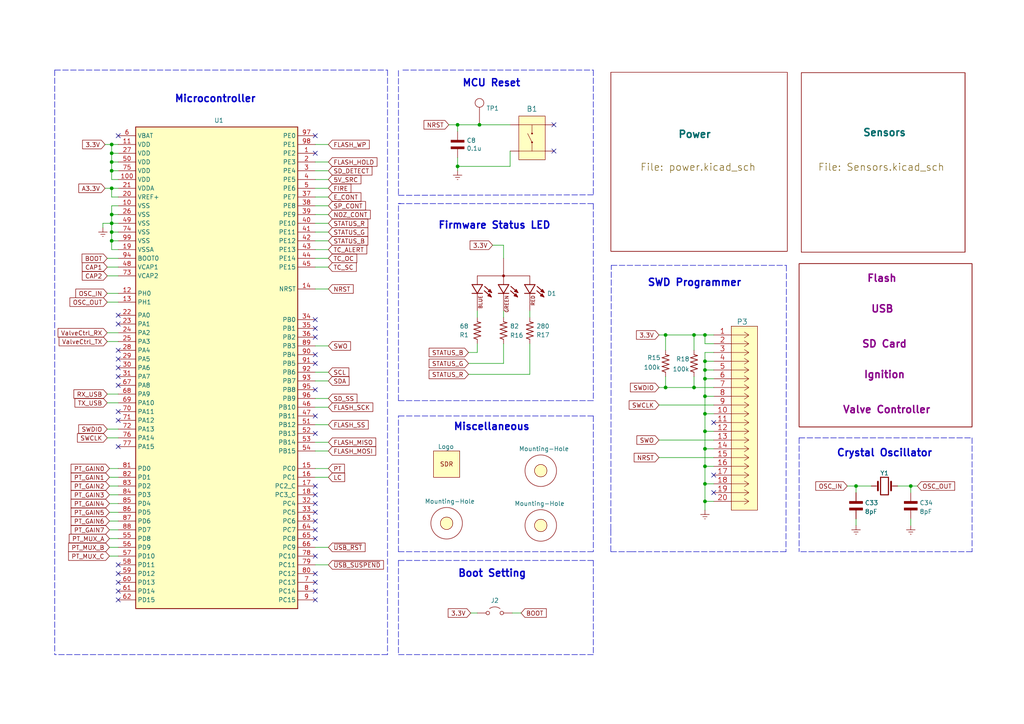
<source format=kicad_sch>
(kicad_sch (version 20211123) (generator eeschema)
  (paper "A4")
  (title_block (title "Engine Controller Microcontroller Board") (date "2021-06-26") (rev "1.0") (company "Sun Devil Rocketry") (comment 1 "Author: Colton Acosta"))
  (lib_symbols
    (symbol "CAP_0603_1" (pin_numbers hide) (pin_names (offset 1.016) hide)
      (property "Reference" "C" (at -1.27 3.81 0))
      (property "Value" "CAP_0603_1" (at -3.81 -3.81 0))
      (symbol "CAP_0603_1_0_0"
        (pin passive line (at 3.81 0 180) (length 2.54) (name "~") (number "1"))
        (pin passive line (at -3.81 0 0) (length 2.54) (name "~") (number "2"))
      )
    )
    (symbol "Earth_1" (power) (pin_names (offset 0))
      (symbol "Earth_1_1_1"
        (pin power_in line (at 0 0 270) (length 0) hide (name "Earth") (number "1"))
      )
    )
    (symbol "Earth_2" (power) (pin_names (offset 0))
      (symbol "Earth_2_1_1"
        (pin power_in line (at 0 0 270) (length 0) hide (name "Earth") (number "1"))
      )
    )
    (symbol "Engine-Controller:CAP_0603" (pin_numbers hide) (pin_names (offset 1.016) hide)
      (property "Reference" "C" (at -1.27 3.81 0))
      (property "Value" "Engine-Controller_CAP_0603" (at -3.81 -3.81 0))
      (symbol "CAP_0603_0_0"
        (pin passive line (at 3.81 0 180) (length 2.54) (name "~") (number "1"))
        (pin passive line (at -3.81 0 0) (length 2.54) (name "~") (number "2"))
      )
    )
    (symbol "Engine-Controller:CLMVC-FKA-CL1D1L71BB7C3C3" (pin_numbers hide) (pin_names (offset 1.016) hide)
      (property "Reference" "D" (at 13.97 -1.27 0))
      (symbol "CLMVC-FKA-CL1D1L71BB7C3C3_0_0"
        (text "BLUE" (at 3.048 -6.096 0) (effects (font (size 1.016 1.016)) (justify left bottom)))
        (text "GREEN" (at 3.048 1.524 0) (effects (font (size 1.016 1.016)) (justify left bottom)))
        (text "RED" (at 3.048 9.144 0) (effects (font (size 1.016 1.016)) (justify left bottom)))
        (pin passive line (at -7.62 0 0) (length 5.08) (name "~") (number "1"))
        (pin passive line (at 7.62 -7.62 180) (length 5.08) (name "~") (number "2"))
        (pin passive line (at 7.62 0 180) (length 5.08) (name "~") (number "3"))
        (pin passive line (at 7.62 7.62 180) (length 5.08) (name "~") (number "4"))
      )
    )
    (symbol "Engine-Controller:ECS-240-18-33-JGN-TR" (pin_numbers hide) (pin_names (offset 1.016) hide)
      (property "Reference" "Y" (at 0 3.81 0))
      (symbol "ECS-240-18-33-JGN-TR_1_1"
        (pin passive line (at -3.81 0 0) (length 1.27) (name "1") (number "1"))
        (pin passive line (at 3.81 0 180) (length 1.27) (name "3") (number "3"))
      )
    )
    (symbol "Engine-Controller:Earth" (power) (pin_names (offset 0))
      (symbol "Earth_1_1"
        (pin power_in line (at 0 0 270) (length 0) hide (name "Earth") (number "1"))
      )
    )
    (symbol "Engine-Controller:Jumper_NO" (pin_numbers hide) (pin_names (offset 0) hide)
      (property "Reference" "J" (at 0 2.794 0))
      (symbol "Jumper_NO_1_1"
        (pin passive line (at -5.08 0 0) (length 2.54) (name "A") (number "1"))
        (pin passive line (at 5.08 0 180) (length 2.54) (name "B") (number "2"))
      )
    )
    (symbol "Engine-Controller:Logo" (pin_names (offset 1.016))
      (property "Reference" "LOGO" (at 0 5.08 0))
      (property "Value" "Engine-Controller_Logo" (at 0 -5.08 0))
      (symbol "Logo_0_0"
        (text "SDR" (at 0 0 0) (effects (font (size 1.27 1.27))))
      )
    )
    (symbol "Engine-Controller:Mounting-Hole" (pin_names (offset 1.016))
      (property "Reference" "H" (at 0 6.35 0))
      (property "Value" "Engine-Controller_Mounting-Hole" (at 0 -5.08 0))
    )
    (symbol "Engine-Controller:PTS647SM38SMTR2LFS" (pin_numbers hide) (pin_names (offset 0.254) hide)
      (property "Reference" "B" (at -1.27 8.89 0))
      (property "Value" "PTS647SM38SMTR2LFS" (at 1.27 -8.89 0))
      (symbol "PTS647SM38SMTR2LFS_1_1"
        (pin passive line (at -6.35 3.81 0) (length 2.54) (name "1") (number "1"))
        (pin passive line (at 6.35 3.81 180) (length 2.54) (name "2") (number "2"))
        (pin passive line (at -6.35 -3.81 0) (length 2.54) (name "3") (number "3"))
        (pin passive line (at 6.35 -3.81 180) (length 2.54) (name "4") (number "4"))
      )
    )
    (symbol "Engine-Controller:RES_0603" (pin_numbers hide) (pin_names (offset 1.016) hide)
      (property "Reference" "R" (at -1.27 1.27 0))
      (property "Value" "RES_0603" (at -3.81 -2.54 0))
      (symbol "RES_0603_0_0"
        (pin passive line (at -3.81 0 0) (length 1.27) (name "~") (number "1"))
        (pin passive line (at 3.81 0 180) (length 1.27) (name "~") (number "2"))
      )
    )
    (symbol "Engine-Controller:SBH11-PBPC-D10-RA-BK" (pin_names (offset 0.254) hide)
      (property "Reference" "P" (at 8.89 6.35 0))
      (symbol "SBH11-PBPC-D10-RA-BK_1_1"
        (pin passive line (at 0 0 0) (length 5.08) (name "1") (number "1"))
        (pin passive line (at 0 -22.86 0) (length 5.08) (name "10") (number "10"))
        (pin passive line (at 0 -25.4 0) (length 5.08) (name "11") (number "11"))
        (pin passive line (at 0 -27.94 0) (length 5.08) (name "12") (number "12"))
        (pin passive line (at 0 -30.48 0) (length 5.08) (name "13") (number "13"))
        (pin passive line (at 0 -33.02 0) (length 5.08) (name "14") (number "14"))
        (pin passive line (at 0 -35.56 0) (length 5.08) (name "15") (number "15"))
        (pin passive line (at 0 -38.1 0) (length 5.08) (name "16") (number "16"))
        (pin passive line (at 0 -40.64 0) (length 5.08) (name "17") (number "17"))
        (pin passive line (at 0 -43.18 0) (length 5.08) (name "18") (number "18"))
        (pin passive line (at 0 -45.72 0) (length 5.08) (name "19") (number "19"))
        (pin passive line (at 0 -2.54 0) (length 5.08) (name "2") (number "2"))
        (pin passive line (at 0 -48.26 0) (length 5.08) (name "20") (number "20"))
        (pin passive line (at 0 -5.08 0) (length 5.08) (name "3") (number "3"))
        (pin passive line (at 0 -7.62 0) (length 5.08) (name "4") (number "4"))
        (pin passive line (at 0 -10.16 0) (length 5.08) (name "5") (number "5"))
        (pin passive line (at 0 -12.7 0) (length 5.08) (name "6") (number "6"))
        (pin passive line (at 0 -15.24 0) (length 5.08) (name "7") (number "7"))
        (pin passive line (at 0 -17.78 0) (length 5.08) (name "8") (number "8"))
        (pin passive line (at 0 -20.32 0) (length 5.08) (name "9") (number "9"))
      )
    )
    (symbol "Engine-Controller:STM32H750VBTx"
      (property "Reference" "U" (at -3.81 78.74 0))
      (property "Value" "Engine-Controller_STM32H750VBTx" (at -8.89 76.2 0))
      (symbol "STM32H750VBTx_1_1"
        (pin bidirectional line (at 27.94 66.04 180) (length 5.08) (name "PE2") (number "1"))
        (pin power_in line (at -29.21 50.8 0) (length 5.08) (name "VSS") (number "10"))
        (pin power_in line (at -29.21 58.42 0) (length 5.08) (name "VDD") (number "100"))
        (pin power_in line (at -29.21 68.58 0) (length 5.08) (name "VDD") (number "11"))
        (pin input line (at -29.21 25.4 0) (length 5.08) (name "PH0") (number "12"))
        (pin input line (at -29.21 22.86 0) (length 5.08) (name "PH1") (number "13"))
        (pin input line (at 27.94 26.67 180) (length 5.08) (name "NRST") (number "14"))
        (pin bidirectional line (at 27.94 -25.4 180) (length 5.08) (name "PC0") (number "15"))
        (pin bidirectional line (at 27.94 -27.94 180) (length 5.08) (name "PC1") (number "16"))
        (pin bidirectional line (at 27.94 -30.48 180) (length 5.08) (name "PC2_C") (number "17"))
        (pin bidirectional line (at 27.94 -33.02 180) (length 5.08) (name "PC3_C") (number "18"))
        (pin power_in line (at -29.21 38.1 0) (length 5.08) (name "VSSA") (number "19"))
        (pin bidirectional line (at 27.94 63.5 180) (length 5.08) (name "PE3") (number "2"))
        (pin bidirectional line (at -29.21 53.34 0) (length 5.08) (name "VREF+") (number "20"))
        (pin power_in line (at -29.21 55.88 0) (length 5.08) (name "VDDA") (number "21"))
        (pin bidirectional line (at -29.21 19.05 0) (length 5.08) (name "PA0") (number "22"))
        (pin bidirectional line (at -29.21 16.51 0) (length 5.08) (name "PA1") (number "23"))
        (pin bidirectional line (at -29.21 13.97 0) (length 5.08) (name "PA2") (number "24"))
        (pin bidirectional line (at -29.21 11.43 0) (length 5.08) (name "PA3") (number "25"))
        (pin power_in line (at -29.21 48.26 0) (length 5.08) (name "VSS") (number "26"))
        (pin power_in line (at -29.21 66.04 0) (length 5.08) (name "VDD") (number "27"))
        (pin bidirectional line (at -29.21 8.89 0) (length 5.08) (name "PA4") (number "28"))
        (pin bidirectional line (at -29.21 6.35 0) (length 5.08) (name "PA5") (number "29"))
        (pin bidirectional line (at 27.94 60.96 180) (length 5.08) (name "PE4") (number "3"))
        (pin bidirectional line (at -29.21 3.81 0) (length 5.08) (name "PA6") (number "30"))
        (pin bidirectional line (at -29.21 1.27 0) (length 5.08) (name "PA7") (number "31"))
        (pin bidirectional line (at 27.94 -35.56 180) (length 5.08) (name "PC4") (number "32"))
        (pin bidirectional line (at 27.94 -38.1 180) (length 5.08) (name "PC5") (number "33"))
        (pin bidirectional line (at 27.94 17.78 180) (length 5.08) (name "PB0") (number "34"))
        (pin bidirectional line (at 27.94 15.24 180) (length 5.08) (name "PB1") (number "35"))
        (pin bidirectional line (at 27.94 12.7 180) (length 5.08) (name "PB2") (number "36"))
        (pin bidirectional line (at 27.94 53.34 180) (length 5.08) (name "PE7") (number "37"))
        (pin bidirectional line (at 27.94 50.8 180) (length 5.08) (name "PE8") (number "38"))
        (pin bidirectional line (at 27.94 48.26 180) (length 5.08) (name "PE9") (number "39"))
        (pin bidirectional line (at 27.94 58.42 180) (length 5.08) (name "PE5") (number "4"))
        (pin bidirectional line (at 27.94 45.72 180) (length 5.08) (name "PE10") (number "40"))
        (pin bidirectional line (at 27.94 43.18 180) (length 5.08) (name "PE11") (number "41"))
        (pin bidirectional line (at 27.94 40.64 180) (length 5.08) (name "PE12") (number "42"))
        (pin bidirectional line (at 27.94 38.1 180) (length 5.08) (name "PE13") (number "43"))
        (pin bidirectional line (at 27.94 35.56 180) (length 5.08) (name "PE14") (number "44"))
        (pin bidirectional line (at 27.94 33.02 180) (length 5.08) (name "PE15") (number "45"))
        (pin bidirectional line (at 27.94 -7.62 180) (length 5.08) (name "PB10") (number "46"))
        (pin bidirectional line (at 27.94 -10.16 180) (length 5.08) (name "PB11") (number "47"))
        (pin passive line (at -29.21 33.02 0) (length 5.08) (name "VCAP1") (number "48"))
        (pin power_in line (at -29.21 45.72 0) (length 5.08) (name "VSS") (number "49"))
        (pin bidirectional line (at 27.94 55.88 180) (length 5.08) (name "PE6") (number "5"))
        (pin power_in line (at -29.21 63.5 0) (length 5.08) (name "VDD") (number "50"))
        (pin bidirectional line (at 27.94 -12.7 180) (length 5.08) (name "PB12") (number "51"))
        (pin bidirectional line (at 27.94 -15.24 180) (length 5.08) (name "PB13") (number "52"))
        (pin bidirectional line (at 27.94 -17.78 180) (length 5.08) (name "PB14") (number "53"))
        (pin bidirectional line (at 27.94 -20.32 180) (length 5.08) (name "PB15") (number "54"))
        (pin bidirectional line (at -29.21 -45.72 0) (length 5.08) (name "PD8") (number "55"))
        (pin bidirectional line (at -29.21 -48.26 0) (length 5.08) (name "PD9") (number "56"))
        (pin bidirectional line (at -29.21 -50.8 0) (length 5.08) (name "PD10") (number "57"))
        (pin bidirectional line (at -29.21 -53.34 0) (length 5.08) (name "PD11") (number "58"))
        (pin bidirectional line (at -29.21 -55.88 0) (length 5.08) (name "PD12") (number "59"))
        (pin power_in line (at -29.21 71.12 0) (length 5.08) (name "VBAT") (number "6"))
        (pin bidirectional line (at -29.21 -58.42 0) (length 5.08) (name "PD13") (number "60"))
        (pin bidirectional line (at -29.21 -60.96 0) (length 5.08) (name "PD14") (number "61"))
        (pin bidirectional line (at -29.21 -63.5 0) (length 5.08) (name "PD15") (number "62"))
        (pin bidirectional line (at 27.94 -40.64 180) (length 5.08) (name "PC6") (number "63"))
        (pin bidirectional line (at 27.94 -43.18 180) (length 5.08) (name "PC7") (number "64"))
        (pin bidirectional line (at 27.94 -45.72 180) (length 5.08) (name "PC8") (number "65"))
        (pin bidirectional line (at 27.94 -48.26 180) (length 5.08) (name "PC9") (number "66"))
        (pin bidirectional line (at -29.21 -1.27 0) (length 5.08) (name "PA8") (number "67"))
        (pin bidirectional line (at -29.21 -3.81 0) (length 5.08) (name "PA9") (number "68"))
        (pin bidirectional line (at -29.21 -6.35 0) (length 5.08) (name "PA10") (number "69"))
        (pin bidirectional line (at 27.94 -58.42 180) (length 5.08) (name "PC13") (number "7"))
        (pin bidirectional line (at -29.21 -8.89 0) (length 5.08) (name "PA11") (number "70"))
        (pin bidirectional line (at -29.21 -11.43 0) (length 5.08) (name "PA12") (number "71"))
        (pin bidirectional line (at -29.21 -13.97 0) (length 5.08) (name "PA13") (number "72"))
        (pin passive line (at -29.21 30.48 0) (length 5.08) (name "VCAP2") (number "73"))
        (pin power_in line (at -29.21 43.18 0) (length 5.08) (name "VSS") (number "74"))
        (pin power_in line (at -29.21 60.96 0) (length 5.08) (name "VDD") (number "75"))
        (pin bidirectional line (at -29.21 -16.51 0) (length 5.08) (name "PA14") (number "76"))
        (pin bidirectional line (at -29.21 -19.05 0) (length 5.08) (name "PA15") (number "77"))
        (pin bidirectional line (at 27.94 -50.8 180) (length 5.08) (name "PC10") (number "78"))
        (pin bidirectional line (at 27.94 -53.34 180) (length 5.08) (name "PC11") (number "79"))
        (pin bidirectional line (at 27.94 -60.96 180) (length 5.08) (name "PC14") (number "8"))
        (pin bidirectional line (at 27.94 -55.88 180) (length 5.08) (name "PC12") (number "80"))
        (pin bidirectional line (at -29.21 -25.4 0) (length 5.08) (name "PD0") (number "81"))
        (pin bidirectional line (at -29.21 -27.94 0) (length 5.08) (name "PD1") (number "82"))
        (pin bidirectional line (at -29.21 -30.48 0) (length 5.08) (name "PD2") (number "83"))
        (pin bidirectional line (at -29.21 -33.02 0) (length 5.08) (name "PD3") (number "84"))
        (pin bidirectional line (at -29.21 -35.56 0) (length 5.08) (name "PD4") (number "85"))
        (pin bidirectional line (at -29.21 -38.1 0) (length 5.08) (name "PD5") (number "86"))
        (pin bidirectional line (at -29.21 -40.64 0) (length 5.08) (name "PD6") (number "87"))
        (pin bidirectional line (at -29.21 -43.18 0) (length 5.08) (name "PD7") (number "88"))
        (pin bidirectional line (at 27.94 10.16 180) (length 5.08) (name "PB3") (number "89"))
        (pin bidirectional line (at 27.94 -63.5 180) (length 5.08) (name "PC15") (number "9"))
        (pin bidirectional line (at 27.94 7.62 180) (length 5.08) (name "PB4") (number "90"))
        (pin bidirectional line (at 27.94 5.08 180) (length 5.08) (name "PB5") (number "91"))
        (pin bidirectional line (at 27.94 2.54 180) (length 5.08) (name "PB6") (number "92"))
        (pin bidirectional line (at 27.94 0 180) (length 5.08) (name "PB7") (number "93"))
        (pin input line (at -29.21 35.56 0) (length 5.08) (name "BOOT0") (number "94"))
        (pin bidirectional line (at 27.94 -2.54 180) (length 5.08) (name "PB8") (number "95"))
        (pin bidirectional line (at 27.94 -5.08 180) (length 5.08) (name "PB9") (number "96"))
        (pin bidirectional line (at 27.94 71.12 180) (length 5.08) (name "PE0") (number "97"))
        (pin bidirectional line (at 27.94 68.58 180) (length 5.08) (name "PE1") (number "98"))
        (pin power_in line (at -29.21 40.64 0) (length 5.08) (name "VSS") (number "99"))
      )
    )
    (symbol "Engine-Controller:TP" (pin_numbers hide) (pin_names (offset 1.016) hide)
      (property "Reference" "TP" (at 0 8.89 0))
      (property "Value" "Engine-Controller_TP" (at 0 8.89 0))
      (symbol "TP_1_1"
        (pin passive line (at 0 0 90) (length 5.08) (name "~") (number "1"))
      )
    )
    (symbol "RES_0603_1" (pin_numbers hide) (pin_names (offset 1.016) hide)
      (property "Reference" "R" (at -1.27 1.27 0))
      (property "Value" "RES_0603_1" (at -3.81 -2.54 0))
      (symbol "RES_0603_1_0_0"
        (pin passive line (at -3.81 0 0) (length 1.27) (name "~") (number "1"))
        (pin passive line (at 3.81 0 180) (length 1.27) (name "~") (number "2"))
      )
    )
  )
  (junction (at 204.47 135.255))
  (junction (at 204.47 104.775))
  (junction (at 204.47 140.335))
  (junction (at 204.47 125.095))
  (junction (at 248.285 140.97))
  (junction (at 204.47 145.415))
  (junction (at 201.295 112.395))
  (junction (at 32.385 41.91))
  (junction (at 32.385 49.53))
  (junction (at 32.385 54.61))
  (junction (at 201.295 97.155))
  (junction (at 32.385 69.85))
  (junction (at 204.47 130.175))
  (junction (at 204.47 114.935))
  (junction (at 204.47 109.855))
  (junction (at 132.715 36.195))
  (junction (at 264.16 140.97))
  (junction (at 32.385 46.99))
  (junction (at 204.47 97.155))
  (junction (at 193.04 112.395))
  (junction (at 32.385 44.45))
  (junction (at 139.065 36.195))
  (junction (at 204.47 107.315))
  (junction (at 132.715 48.26))
  (junction (at 32.385 62.23))
  (junction (at 204.47 120.015))
  (junction (at 32.385 64.77))
  (junction (at 32.385 67.31))
  (junction (at 193.04 97.155))
  (no_connect (at 91.44 120.65))
  (no_connect (at 34.29 171.45))
  (no_connect (at 34.29 109.22))
  (no_connect (at 34.29 104.14))
  (no_connect (at 34.29 106.68))
  (no_connect (at 34.29 163.83))
  (no_connect (at 91.44 39.37))
  (no_connect (at 34.29 111.76))
  (no_connect (at 91.44 113.03))
  (no_connect (at 34.29 166.37))
  (no_connect (at 91.44 92.71))
  (no_connect (at 160.655 43.815))
  (no_connect (at 160.655 36.195))
  (no_connect (at 34.29 39.37))
  (no_connect (at 91.44 168.91))
  (no_connect (at 91.44 148.59))
  (no_connect (at 91.44 44.45))
  (no_connect (at 207.01 137.795))
  (no_connect (at 34.29 121.92))
  (no_connect (at 34.29 168.91))
  (no_connect (at 91.44 95.25))
  (no_connect (at 91.44 171.45))
  (no_connect (at 34.29 173.99))
  (no_connect (at 91.44 166.37))
  (no_connect (at 91.44 173.99))
  (no_connect (at 91.44 125.73))
  (no_connect (at 34.29 119.38))
  (no_connect (at 91.44 161.29))
  (no_connect (at 34.29 129.54))
  (no_connect (at 91.44 143.51))
  (no_connect (at 207.01 122.555))
  (no_connect (at 91.44 156.21))
  (no_connect (at 34.29 93.98))
  (no_connect (at 34.29 91.44))
  (no_connect (at 91.44 153.67))
  (no_connect (at 91.44 105.41))
  (no_connect (at 91.44 151.13))
  (no_connect (at 91.44 102.87))
  (no_connect (at 207.01 142.875))
  (no_connect (at 91.44 140.97))
  (no_connect (at 91.44 146.05))
  (no_connect (at 34.29 101.6))
  (no_connect (at 91.44 97.79))
  (wire (pts (xy 204.47 114.935) (xy 207.01 114.935)))
  (wire (pts (xy 207.01 102.235) (xy 204.47 102.235)))
  (wire (pts (xy 207.01 132.715) (xy 191.135 132.715)))
  (wire (pts (xy 32.385 72.39) (xy 34.29 72.39)))
  (polyline (pts (xy 172.085 59.055) (xy 172.085 116.205)))
  (wire (pts (xy 31.115 116.84) (xy 34.29 116.84)))
  (wire (pts (xy 139.065 36.195) (xy 147.955 36.195)))
  (polyline (pts (xy 15.875 20.32) (xy 112.395 20.32)))
  (polyline (pts (xy 115.57 162.56) (xy 172.085 162.56)))
  (polyline (pts (xy 281.94 127) (xy 281.94 160.02)))
  (polyline (pts (xy 177.165 153.67) (xy 177.292 76.962)))
  (polyline (pts (xy 281.94 160.02) (xy 231.775 160.02)))
  (wire (pts (xy 31.75 146.05) (xy 34.29 146.05)))
  (wire (pts (xy 31.75 158.75) (xy 34.29 158.75)))
  (wire (pts (xy 204.47 140.335) (xy 207.01 140.335)))
  (polyline (pts (xy 115.57 120.65) (xy 172.085 120.65)))
  (wire (pts (xy 204.47 147.955) (xy 204.47 145.415)))
  (wire (pts (xy 207.01 104.775) (xy 204.47 104.775)))
  (wire (pts (xy 264.16 150.495) (xy 264.16 152.4)))
  (polyline (pts (xy 115.57 160.02) (xy 115.57 120.65)))
  (polyline (pts (xy 231.775 127) (xy 231.775 160.02)))
  (wire (pts (xy 204.47 120.015) (xy 207.01 120.015)))
  (wire (pts (xy 31.115 127) (xy 34.29 127)))
  (wire (pts (xy 91.44 62.23) (xy 95.25 62.23)))
  (polyline (pts (xy 172.085 116.205) (xy 115.57 116.205)))
  (wire (pts (xy 204.47 120.015) (xy 204.47 114.935)))
  (polyline (pts (xy 172.085 162.56) (xy 172.085 189.865)))
  (wire (pts (xy 91.44 107.95) (xy 95.25 107.95)))
  (wire (pts (xy 204.47 135.255) (xy 207.01 135.255)))
  (wire (pts (xy 264.16 140.97) (xy 264.16 142.875)))
  (polyline (pts (xy 116.84 20.32) (xy 172.085 20.32)))
  (wire (pts (xy 91.44 118.11) (xy 95.25 118.11)))
  (wire (pts (xy 138.43 102.235) (xy 138.43 99.695)))
  (wire (pts (xy 91.44 123.19) (xy 95.25 123.19)))
  (wire (pts (xy 207.01 99.695) (xy 204.47 99.695)))
  (wire (pts (xy 31.115 114.3) (xy 34.29 114.3)))
  (wire (pts (xy 32.385 67.31) (xy 32.385 69.85)))
  (wire (pts (xy 31.75 161.29) (xy 34.29 161.29)))
  (polyline (pts (xy 177.165 153.67) (xy 177.165 160.02)))
  (wire (pts (xy 32.385 64.77) (xy 32.385 67.31)))
  (wire (pts (xy 204.47 125.095) (xy 204.47 120.015)))
  (wire (pts (xy 31.115 99.06) (xy 34.29 99.06)))
  (wire (pts (xy 32.385 46.99) (xy 34.29 46.99)))
  (wire (pts (xy 91.44 77.47) (xy 95.25 77.47)))
  (wire (pts (xy 201.295 97.155) (xy 201.295 101.6)))
  (wire (pts (xy 264.16 140.97) (xy 266.065 140.97)))
  (wire (pts (xy 32.385 44.45) (xy 34.29 44.45)))
  (wire (pts (xy 31.115 80.01) (xy 34.29 80.01)))
  (polyline (pts (xy 172.085 189.865) (xy 115.57 189.865)))
  (wire (pts (xy 32.385 69.85) (xy 34.29 69.85)))
  (wire (pts (xy 91.44 158.75) (xy 95.25 158.75)))
  (wire (pts (xy 201.295 109.22) (xy 201.295 112.395)))
  (wire (pts (xy 204.47 135.255) (xy 204.47 130.175)))
  (polyline (pts (xy 172.085 20.32) (xy 172.085 56.515)))
  (polyline (pts (xy 231.775 127) (xy 281.94 127)))
  (wire (pts (xy 32.385 62.23) (xy 32.385 64.77)))
  (polyline (pts (xy 177.292 76.962) (xy 228.092 76.962)))
  (wire (pts (xy 204.47 97.155) (xy 207.01 97.155)))
  (wire (pts (xy 153.67 108.585) (xy 153.67 99.695)))
  (wire (pts (xy 132.715 48.26) (xy 132.715 49.53)))
  (wire (pts (xy 248.285 150.495) (xy 248.285 152.4)))
  (wire (pts (xy 31.75 151.13) (xy 34.29 151.13)))
  (wire (pts (xy 146.05 92.075) (xy 146.05 90.17)))
  (wire (pts (xy 193.04 97.155) (xy 193.04 101.6)))
  (polyline (pts (xy 112.395 189.865) (xy 15.875 189.865)))
  (polyline (pts (xy 227.965 160.02) (xy 183.515 160.02)))
  (polyline (pts (xy 172.085 56.515) (xy 115.57 56.642)))
  (wire (pts (xy 31.75 148.59) (xy 34.29 148.59)))
  (wire (pts (xy 91.44 100.33) (xy 95.25 100.33)))
  (wire (pts (xy 32.385 54.61) (xy 34.29 54.61)))
  (polyline (pts (xy 228.092 76.962) (xy 227.965 160.02)))
  (wire (pts (xy 204.47 107.315) (xy 207.01 107.315)))
  (wire (pts (xy 32.385 69.85) (xy 32.385 72.39)))
  (wire (pts (xy 32.385 67.31) (xy 34.29 67.31)))
  (wire (pts (xy 91.44 46.99) (xy 95.25 46.99)))
  (wire (pts (xy 34.29 59.69) (xy 32.385 59.69)))
  (wire (pts (xy 207.01 112.395) (xy 201.295 112.395)))
  (wire (pts (xy 132.715 36.195) (xy 139.065 36.195)))
  (wire (pts (xy 32.385 49.53) (xy 32.385 52.07)))
  (wire (pts (xy 193.04 97.155) (xy 201.295 97.155)))
  (wire (pts (xy 204.47 145.415) (xy 207.01 145.415)))
  (wire (pts (xy 32.385 57.15) (xy 34.29 57.15)))
  (wire (pts (xy 91.44 72.39) (xy 95.25 72.39)))
  (wire (pts (xy 32.385 52.07) (xy 34.29 52.07)))
  (wire (pts (xy 135.89 102.235) (xy 138.43 102.235)))
  (polyline (pts (xy 177.165 160.02) (xy 184.15 160.02)))
  (wire (pts (xy 91.44 130.81) (xy 95.25 130.81)))
  (wire (pts (xy 32.385 64.77) (xy 34.29 64.77)))
  (wire (pts (xy 204.47 130.175) (xy 204.47 125.095)))
  (wire (pts (xy 193.04 109.22) (xy 193.04 112.395)))
  (wire (pts (xy 91.44 83.82) (xy 95.25 83.82)))
  (wire (pts (xy 29.845 64.77) (xy 29.845 66.04)))
  (wire (pts (xy 31.115 85.09) (xy 34.29 85.09)))
  (wire (pts (xy 147.955 48.26) (xy 147.955 43.815)))
  (wire (pts (xy 204.47 140.335) (xy 204.47 135.255)))
  (wire (pts (xy 191.135 97.155) (xy 193.04 97.155)))
  (wire (pts (xy 31.115 77.47) (xy 34.29 77.47)))
  (polyline (pts (xy 115.57 59.055) (xy 172.085 59.055)))
  (wire (pts (xy 135.89 108.585) (xy 153.67 108.585)))
  (wire (pts (xy 91.44 49.53) (xy 95.25 49.53)))
  (wire (pts (xy 32.385 46.99) (xy 32.385 49.53)))
  (wire (pts (xy 204.47 104.775) (xy 204.47 107.315)))
  (wire (pts (xy 31.75 135.89) (xy 34.29 135.89)))
  (polyline (pts (xy 115.57 20.447) (xy 115.57 56.642)))
  (wire (pts (xy 193.04 112.395) (xy 191.135 112.395)))
  (wire (pts (xy 91.44 115.57) (xy 95.25 115.57)))
  (wire (pts (xy 138.43 92.075) (xy 138.43 90.17)))
  (wire (pts (xy 260.35 140.97) (xy 264.16 140.97)))
  (wire (pts (xy 201.295 112.395) (xy 193.04 112.395)))
  (wire (pts (xy 91.44 69.85) (xy 95.25 69.85)))
  (wire (pts (xy 32.385 64.77) (xy 29.845 64.77)))
  (polyline (pts (xy 172.085 160.02) (xy 115.57 160.02)))
  (wire (pts (xy 91.44 163.83) (xy 95.25 163.83)))
  (wire (pts (xy 91.44 110.49) (xy 95.25 110.49)))
  (wire (pts (xy 252.73 140.97) (xy 248.285 140.97)))
  (wire (pts (xy 142.875 71.12) (xy 146.05 71.12)))
  (wire (pts (xy 148.59 177.8) (xy 151.13 177.8)))
  (wire (pts (xy 207.01 127.635) (xy 191.135 127.635)))
  (polyline (pts (xy 112.395 20.32) (xy 112.395 189.865)))
  (wire (pts (xy 91.44 64.77) (xy 95.25 64.77)))
  (wire (pts (xy 204.47 109.855) (xy 204.47 107.315)))
  (wire (pts (xy 146.05 71.12) (xy 146.05 74.93)))
  (wire (pts (xy 204.47 102.235) (xy 204.47 104.775)))
  (wire (pts (xy 91.44 135.89) (xy 95.25 135.89)))
  (polyline (pts (xy 115.57 59.055) (xy 116.205 59.055)))
  (wire (pts (xy 31.115 96.52) (xy 34.29 96.52)))
  (wire (pts (xy 91.44 138.43) (xy 95.25 138.43)))
  (wire (pts (xy 204.47 109.855) (xy 207.01 109.855)))
  (wire (pts (xy 31.115 124.46) (xy 34.29 124.46)))
  (wire (pts (xy 245.745 140.97) (xy 248.285 140.97)))
  (wire (pts (xy 132.715 38.1) (xy 132.715 36.195)))
  (wire (pts (xy 32.385 62.23) (xy 34.29 62.23)))
  (wire (pts (xy 31.75 156.21) (xy 34.29 156.21)))
  (wire (pts (xy 91.44 59.69) (xy 95.25 59.69)))
  (wire (pts (xy 31.115 74.93) (xy 34.29 74.93)))
  (polyline (pts (xy 115.57 116.205) (xy 115.57 59.055)))
  (wire (pts (xy 91.44 54.61) (xy 95.25 54.61)))
  (wire (pts (xy 204.47 114.935) (xy 204.47 109.855)))
  (wire (pts (xy 132.715 48.26) (xy 147.955 48.26)))
  (wire (pts (xy 32.385 49.53) (xy 34.29 49.53)))
  (wire (pts (xy 32.385 59.69) (xy 32.385 62.23)))
  (wire (pts (xy 146.05 105.41) (xy 146.05 99.695)))
  (polyline (pts (xy 115.57 162.56) (xy 115.57 189.865)))
  (wire (pts (xy 32.385 54.61) (xy 32.385 57.15)))
  (wire (pts (xy 32.385 41.91) (xy 34.29 41.91)))
  (wire (pts (xy 91.44 52.07) (xy 95.25 52.07)))
  (wire (pts (xy 135.89 105.41) (xy 146.05 105.41)))
  (wire (pts (xy 132.715 45.72) (xy 132.715 48.26)))
  (wire (pts (xy 130.175 36.195) (xy 132.715 36.195)))
  (wire (pts (xy 204.47 99.695) (xy 204.47 97.155)))
  (wire (pts (xy 91.44 128.27) (xy 95.25 128.27)))
  (wire (pts (xy 31.75 153.67) (xy 34.29 153.67)))
  (wire (pts (xy 32.385 44.45) (xy 32.385 46.99)))
  (polyline (pts (xy 172.085 120.65) (xy 172.085 160.02)))
  (wire (pts (xy 31.75 140.97) (xy 34.29 140.97)))
  (wire (pts (xy 91.44 41.91) (xy 95.25 41.91)))
  (wire (pts (xy 201.295 97.155) (xy 204.47 97.155)))
  (wire (pts (xy 30.48 41.91) (xy 32.385 41.91)))
  (wire (pts (xy 91.44 74.93) (xy 95.25 74.93)))
  (wire (pts (xy 91.44 67.31) (xy 95.25 67.31)))
  (wire (pts (xy 204.47 125.095) (xy 207.01 125.095)))
  (wire (pts (xy 204.47 145.415) (xy 204.47 140.335)))
  (wire (pts (xy 31.115 87.63) (xy 34.29 87.63)))
  (wire (pts (xy 138.43 177.8) (xy 136.525 177.8)))
  (wire (pts (xy 32.385 41.91) (xy 32.385 44.45)))
  (wire (pts (xy 248.285 140.97) (xy 248.285 142.875)))
  (polyline (pts (xy 15.875 20.32) (xy 15.875 189.865)))
  (wire (pts (xy 30.48 54.61) (xy 32.385 54.61)))
  (wire (pts (xy 204.47 130.175) (xy 207.01 130.175)))
  (wire (pts (xy 31.75 138.43) (xy 34.29 138.43)))
  (wire (pts (xy 91.44 57.15) (xy 95.25 57.15)))
  (wire (pts (xy 31.75 143.51) (xy 34.29 143.51)))
  (wire (pts (xy 207.01 117.475) (xy 191.135 117.475)))
  (wire (pts (xy 153.67 92.075) (xy 153.67 90.17)))
  (text "SWD Programmer\n" (at 187.706 83.312 0) (effects (font (size 2.08 2.08) (thickness 0.416) bold) (justify left bottom)))
  (text "Miscellaneous" (at 131.445 125.095 0) (effects (font (size 2.08 2.08) (thickness 0.416) bold) (justify left bottom)))
  (text "Crystal Oscillator" (at 242.57 132.715 0) (effects (font (size 2.08 2.08) (thickness 0.416) bold) (justify left bottom)))
  (text "Microcontroller" (at 50.546 29.972 0) (effects (font (size 2.06 2.06) (thickness 0.412) bold) (justify left bottom)))
  (text "Boot Setting" (at 132.715 167.64 0) (effects (font (size 2.08 2.08) bold) (justify left bottom)))
  (text "Firmware Status LED" (at 127 66.675 0) (effects (font (size 2.06 2.06) (thickness 0.412) bold) (justify left bottom)))
  (text "MCU Reset" (at 133.985 25.4 0) (effects (font (size 2.06 2.06) bold) (justify left bottom)))
  (global_label "SWDIO" (shape input) (at 191.135 112.395 180) (property "Intersheet References" "${INTERSHEET_REFS}" (effects hide)))
  (global_label "TX_USB" (shape input) (at 31.115 116.84 180) (property "Intersheet References" "${INTERSHEET_REFS}" (effects hide)))
  (global_label "PT_GAIN1" (shape input) (at 31.75 138.43 180) (property "Intersheet References" "${INTERSHEET_REFS}" (effects hide)))
  (global_label "~{USB_RST}" (shape input) (at 95.25 158.75 0) (property "Intersheet References" "${INTERSHEET_REFS}" (effects hide)))
  (global_label "PT_GAIN6" (shape input) (at 31.75 151.13 180) (property "Intersheet References" "${INTERSHEET_REFS}" (effects hide)))
  (global_label "STATUS_R" (shape input) (at 135.89 108.585 180) (property "Intersheet References" "${INTERSHEET_REFS}" (effects hide)))
  (global_label "3.3V" (shape input) (at 136.525 177.8 180) (property "Intersheet References" "${INTERSHEET_REFS}" (effects hide)))
  (global_label "E_CONT" (shape input) (at 95.25 57.15 0) (property "Intersheet References" "${INTERSHEET_REFS}" (effects hide)))
  (global_label "3.3V" (shape input) (at 142.875 71.12 180) (property "Intersheet References" "${INTERSHEET_REFS}" (effects hide)))
  (global_label "STATUS_R" (shape input) (at 95.25 64.77 0) (property "Intersheet References" "${INTERSHEET_REFS}" (effects hide)))
  (global_label "~{USB_SUSPEND}" (shape input) (at 95.25 163.83 0) (property "Intersheet References" "${INTERSHEET_REFS}" (effects hide)))
  (global_label "PT_GAIN0" (shape input) (at 31.75 135.89 180) (property "Intersheet References" "${INTERSHEET_REFS}" (effects hide)))
  (global_label "SD_DETECT" (shape input) (at 95.25 49.53 0) (property "Intersheet References" "${INTERSHEET_REFS}" (effects hide)))
  (global_label "BOOT" (shape input) (at 31.115 74.93 180) (property "Intersheet References" "${INTERSHEET_REFS}" (effects hide)))
  (global_label "5V_SRC" (shape input) (at 95.25 52.07 0) (property "Intersheet References" "${INTERSHEET_REFS}" (effects hide)))
  (global_label "STATUS_G" (shape input) (at 135.89 105.41 180) (property "Intersheet References" "${INTERSHEET_REFS}" (effects hide)))
  (global_label "PT_MUX_A" (shape input) (at 31.75 156.21 180) (property "Intersheet References" "${INTERSHEET_REFS}" (effects hide)))
  (global_label "NRST" (shape input) (at 130.175 36.195 180) (property "Intersheet References" "${INTERSHEET_REFS}" (effects hide)))
  (global_label "OSC_OUT" (shape input) (at 266.065 140.97 0) (property "Intersheet References" "${INTERSHEET_REFS}" (effects hide)))
  (global_label "TC_ALERT" (shape input) (at 95.25 72.39 0) (property "Intersheet References" "${INTERSHEET_REFS}" (effects hide)))
  (global_label "LC" (shape input) (at 95.25 138.43 0) (property "Intersheet References" "${INTERSHEET_REFS}" (effects hide)))
  (global_label "OSC_OUT" (shape input) (at 31.115 87.63 180) (property "Intersheet References" "${INTERSHEET_REFS}" (effects hide)))
  (global_label "SWO" (shape input) (at 95.25 100.33 0) (property "Intersheet References" "${INTERSHEET_REFS}" (effects hide)))
  (global_label "BOOT" (shape input) (at 151.13 177.8 0) (property "Intersheet References" "${INTERSHEET_REFS}" (effects hide)))
  (global_label "SP_CONT" (shape input) (at 95.25 59.69 0) (property "Intersheet References" "${INTERSHEET_REFS}" (effects hide)))
  (global_label "OSC_IN" (shape input) (at 31.115 85.09 180) (property "Intersheet References" "${INTERSHEET_REFS}" (effects hide)))
  (global_label "PT_MUX_C" (shape input) (at 31.75 161.29 180) (property "Intersheet References" "${INTERSHEET_REFS}" (effects hide)))
  (global_label "RX_USB" (shape input) (at 31.115 114.3 180) (property "Intersheet References" "${INTERSHEET_REFS}" (effects hide)))
  (global_label "CAP2" (shape input) (at 31.115 80.01 180) (property "Intersheet References" "${INTERSHEET_REFS}" (effects hide)))
  (global_label "FLASH_HOLD" (shape input) (at 95.25 46.99 0) (property "Intersheet References" "${INTERSHEET_REFS}" (effects hide)))
  (global_label "SWCLK" (shape input) (at 191.135 117.475 180) (property "Intersheet References" "${INTERSHEET_REFS}" (effects hide)))
  (global_label "SDA" (shape input) (at 95.25 110.49 0) (property "Intersheet References" "${INTERSHEET_REFS}" (effects hide)))
  (global_label "PT_GAIN4" (shape input) (at 31.75 146.05 180) (property "Intersheet References" "${INTERSHEET_REFS}" (effects hide)))
  (global_label "FLASH_SCK" (shape input) (at 95.25 118.11 0) (property "Intersheet References" "${INTERSHEET_REFS}" (effects hide)))
  (global_label "PT_GAIN5" (shape input) (at 31.75 148.59 180) (property "Intersheet References" "${INTERSHEET_REFS}" (effects hide)))
  (global_label "STATUS_G" (shape input) (at 95.25 67.31 0) (property "Intersheet References" "${INTERSHEET_REFS}" (effects hide)))
  (global_label "STATUS_B" (shape input) (at 95.25 69.85 0) (property "Intersheet References" "${INTERSHEET_REFS}" (effects hide)))
  (global_label "NOZ_CONT" (shape input) (at 95.25 62.23 0) (property "Intersheet References" "${INTERSHEET_REFS}" (effects hide)))
  (global_label "TC_SC" (shape input) (at 95.25 77.47 0) (property "Intersheet References" "${INTERSHEET_REFS}" (effects hide)))
  (global_label "SWO" (shape input) (at 191.135 127.635 180) (property "Intersheet References" "${INTERSHEET_REFS}" (effects hide)))
  (global_label "PT_MUX_B" (shape input) (at 31.75 158.75 180) (property "Intersheet References" "${INTERSHEET_REFS}" (effects hide)))
  (global_label "SWCLK" (shape input) (at 31.115 127 180) (property "Intersheet References" "${INTERSHEET_REFS}" (effects hide)))
  (global_label "3.3V" (shape input) (at 30.48 41.91 180) (property "Intersheet References" "${INTERSHEET_REFS}" (effects hide)))
  (global_label "3.3V" (shape input) (at 191.135 97.155 180) (property "Intersheet References" "${INTERSHEET_REFS}" (effects hide)))
  (global_label "ValveCtrl_RX" (shape input) (at 31.115 96.52 180) (property "Intersheet References" "${INTERSHEET_REFS}" (effects hide)))
  (global_label "NRST" (shape input) (at 191.135 132.715 180) (property "Intersheet References" "${INTERSHEET_REFS}" (effects hide)))
  (global_label "PT_GAIN2" (shape input) (at 31.75 140.97 180) (property "Intersheet References" "${INTERSHEET_REFS}" (effects hide)))
  (global_label "PT_GAIN7" (shape input) (at 31.75 153.67 180) (property "Intersheet References" "${INTERSHEET_REFS}" (effects hide)))
  (global_label "SWDIO" (shape input) (at 31.115 124.46 180) (property "Intersheet References" "${INTERSHEET_REFS}" (effects hide)))
  (global_label "SCL" (shape input) (at 95.25 107.95 0) (property "Intersheet References" "${INTERSHEET_REFS}" (effects hide)))
  (global_label "FLASH_MISO" (shape input) (at 95.25 128.27 0) (property "Intersheet References" "${INTERSHEET_REFS}" (effects hide)))
  (global_label "FIRE" (shape input) (at 95.25 54.61 0) (property "Intersheet References" "${INTERSHEET_REFS}" (effects hide)))
  (global_label "STATUS_B" (shape input) (at 135.89 102.235 180) (property "Intersheet References" "${INTERSHEET_REFS}" (effects hide)))
  (global_label "TC_OC" (shape input) (at 95.25 74.93 0) (property "Intersheet References" "${INTERSHEET_REFS}" (effects hide)))
  (global_label "FLASH_SS" (shape input) (at 95.25 123.19 0) (property "Intersheet References" "${INTERSHEET_REFS}" (effects hide)))
  (global_label "SD_SS" (shape input) (at 95.25 115.57 0) (property "Intersheet References" "${INTERSHEET_REFS}" (effects hide)))
  (global_label "PT_GAIN3" (shape input) (at 31.75 143.51 180) (property "Intersheet References" "${INTERSHEET_REFS}" (effects hide)))
  (global_label "FLASH_MOSI" (shape input) (at 95.25 130.81 0) (property "Intersheet References" "${INTERSHEET_REFS}" (effects hide)))
  (global_label "OSC_IN" (shape input) (at 245.745 140.97 180) (property "Intersheet References" "${INTERSHEET_REFS}" (effects hide)))
  (global_label "ValveCtrl_TX" (shape input) (at 31.115 99.06 180) (property "Intersheet References" "${INTERSHEET_REFS}" (effects hide)))
  (global_label "CAP1" (shape input) (at 31.115 77.47 180) (property "Intersheet References" "${INTERSHEET_REFS}" (effects hide)))
  (global_label "FLASH_WP" (shape input) (at 95.25 41.91 0) (property "Intersheet References" "${INTERSHEET_REFS}" (effects hide)))
  (global_label "NRST" (shape input) (at 95.25 83.82 0) (property "Intersheet References" "${INTERSHEET_REFS}" (effects hide)))
  (global_label "PT" (shape input) (at 95.25 135.89 0) (property "Intersheet References" "${INTERSHEET_REFS}" (effects hide)))
  (global_label "A3.3V" (shape input) (at 30.48 54.61 180) (property "Intersheet References" "${INTERSHEET_REFS}" (effects hide)))
  (symbol (lib_id "Engine-Controller:CAP_0603") (at 132.715 41.91 270) (unit 1)
    (property "Reference" "C8" (at 135.3312 40.7416 90) (effects (justify left)))
    (property "Value" "0.1u" (at 135.3312 43.053 90) (effects (justify left)))
    (property "Footprint" "Engine-Controller:CAP_0603" (effects hide))
  )
  (symbol (lib_id "Engine-Controller:Earth") (at 132.715 49.53 0) (unit 1)
    (property "Reference" "#PWR01" (effects hide))
    (property "Value" "Earth" (effects hide))
  )
  (symbol (lib_id "Engine-Controller:TP") (at 139.065 36.195 0) (unit 1)
    (property "Reference" "TP1" (at 141.0462 31.4198 0) (effects (justify left)))
    (property "Value" "TPNRST" (effects hide))
    (property "Footprint" "Engine-Controller:TP" (effects hide))
  )
  (symbol (lib_id "Engine-Controller:PTS647SM38SMTR2LFS") (at 154.305 40.005 0) (unit 1)
    (property "Reference" "B1" (at 154.305 31.5976 0) (effects (font (size 1.524 1.524))))
    (property "Value" "PTS647SM38SMTR2LFS" (effects hide))
    (property "Footprint" "SW_PTS647SM38SMTR2LFS_CNK" (effects hide))
  )
  (symbol (lib_id "Engine-Controller:STM32H750VBTx") (at 63.5 110.49 0) (unit 1)
    (property "Reference" "U1" (at 63.5 34.925 0))
    (property "Value" "STM32H750VBTx" (effects hide))
    (property "Footprint" "Engine-Controller:STM32H750VBT6" (effects hide))
    (property "Datasheet" "https://www.st.com/resource/en/datasheet/stm32h750ib.pdf" (effects hide))
  )
  (symbol (lib_name "Earth_2") (lib_id "Engine-Controller:Earth") (at 264.16 152.4 0) (unit 1)
    (property "Reference" "#PWR040" (effects hide))
    (property "Value" "Earth" (effects hide))
  )
  (symbol (lib_id "Engine-Controller:SBH11-PBPC-D10-RA-BK") (at 207.01 97.155 0) (unit 1)
    (property "Reference" "P3" (at 215.265 93.345 0) (effects (font (size 1.524 1.524))))
    (property "Value" "SBH11-PBPC-D10-RA-BK" (effects hide))
    (property "Footprint" "CONN20_D10-RA-BK_SUL" (effects hide))
  )
  (symbol (lib_name "RES_0603_1") (lib_id "Engine-Controller:RES_0603") (at 138.43 95.885 90) (unit 1)
    (property "Reference" "R1" (at 134.62 97.155 90))
    (property "Value" "68" (at 134.62 94.615 90))
  )
  (symbol (lib_id "Engine-Controller:RES_0603") (at 201.295 105.41 90) (unit 1)
    (property "Reference" "R18" (at 196.088 104.14 90) (effects (justify right)))
    (property "Value" "100k" (at 195.072 107.061 90) (effects (justify right)))
  )
  (symbol (lib_name "RES_0603_1") (lib_id "Engine-Controller:RES_0603") (at 153.67 95.885 90) (unit 1)
    (property "Reference" "R17" (at 157.48 97.155 90))
    (property "Value" "280" (at 157.48 94.615 90))
  )
  (symbol (lib_id "Engine-Controller:Earth") (at 204.47 147.955 0) (unit 1)
    (property "Reference" "#PWR06" (effects hide))
    (property "Value" "Earth" (effects hide))
  )
  (symbol (lib_id "Engine-Controller:Mounting-Hole") (at 156.845 136.525 0) (unit 1)
    (property "Reference" "H5" (effects hide))
    (property "Value" "Mounting-Hole" (at 150.495 130.175 0) (effects (justify left)))
    (property "Footprint" "Engine-Controller:MountingHole_4.3mm_M4_DIN965" (effects hide))
  )
  (symbol (lib_id "Engine-Controller:CLMVC-FKA-CL1D1L71BB7C3C3") (at 146.05 82.55 270) (unit 1)
    (property "Reference" "D1" (at 160.02 85.1317 90))
    (property "Value" "CLMVC-FKA-CL1D1L71BB7C3C3" (effects hide))
    (property "Footprint" "LED_CLMVC-FKA-CL1D1L71BB7C3C3" (effects hide))
  )
  (symbol (lib_id "Engine-Controller:Jumper_NO") (at 143.51 177.8 0) (unit 1)
    (property "Reference" "J2" (at 143.51 174.1678 0))
    (property "Value" "Jumper_NO" (effects hide))
    (property "Footprint" "Engine-Controller:Jumper-NO" (effects hide))
  )
  (symbol (lib_id "Engine-Controller:RES_0603") (at 193.04 105.41 90) (unit 1)
    (property "Reference" "R15" (at 187.706 103.759 90) (effects (justify right)))
    (property "Value" "100k" (at 186.69 106.553 90) (effects (justify right)))
  )
  (symbol (lib_name "RES_0603_1") (lib_id "Engine-Controller:RES_0603") (at 146.05 95.885 90) (unit 1)
    (property "Reference" "R16" (at 149.86 97.282 90))
    (property "Value" "82" (at 149.225 94.615 90))
  )
  (symbol (lib_name "CAP_0603_1") (lib_id "Engine-Controller:CAP_0603") (at 264.16 146.685 90) (unit 1)
    (property "Reference" "C34" (at 266.7 145.8503 90) (effects (justify right)))
    (property "Value" "8pF" (at 266.7 148.3872 90) (effects (justify right)))
  )
  (symbol (lib_id "Engine-Controller:Mounting-Hole") (at 156.845 152.4 0) (unit 1)
    (property "Reference" "H6" (effects hide))
    (property "Value" "Mounting-Hole" (at 149.225 146.05 0) (effects (justify left)))
    (property "Footprint" "Engine-Controller:MountingHole_4.3mm_M4_DIN965" (effects hide))
  )
  (symbol (lib_name "CAP_0603_1") (lib_id "Engine-Controller:CAP_0603") (at 248.285 146.685 90) (unit 1)
    (property "Reference" "C33" (at 250.825 145.8503 90) (effects (justify right)))
    (property "Value" "8pF" (at 250.825 148.3872 90) (effects (justify right)))
  )
  (symbol (lib_id "Engine-Controller:ECS-240-18-33-JGN-TR") (at 256.54 140.97 0) (unit 1)
    (property "Reference" "Y1" (at 256.54 137.2418 0))
    (property "Value" "ECS-240-18-33-JGN-TR" (effects hide))
  )
  (symbol (lib_id "Engine-Controller:Mounting-Hole") (at 129.54 151.765 0) (unit 1)
    (property "Reference" "H4" (effects hide))
    (property "Value" "Mounting-Hole" (at 123.19 145.415 0) (effects (justify left)))
    (property "Footprint" "Engine-Controller:MountingHole_4.3mm_M4_DIN965" (effects hide))
  )
  (symbol (lib_name "Earth_1") (lib_id "Engine-Controller:Earth") (at 29.845 66.04 0) (unit 1)
    (property "Reference" "#PWR02" (effects hide))
    (property "Value" "Earth" (effects hide))
  )
  (symbol (lib_id "Engine-Controller:Logo") (at 129.54 134.62 0) (unit 1)
    (property "Reference" "LOGO2" (effects hide))
    (property "Value" "Logo" (at 127 129.54 0) (effects (justify left)))
    (property "Footprint" "Engine-Controller:Logo" (effects hide))
  )
  (symbol (lib_name "Earth_2") (lib_id "Engine-Controller:Earth") (at 248.285 152.4 0) (unit 1)
    (property "Reference" "#PWR039" (effects hide))
    (property "Value" "Earth" (effects hide))
  )
  (sheet (at 177.165 20.955) (size 51.181 51.943)
    (property "Sheet name" "Power" (at 196.596 40.132 0) (effects (font (size 2.08 2.08) bold) (justify left bottom)))
    (property "Sheet file" "power.kicad_sch" (at 185.674 47.244 0) (effects (font (size 2.08 2.08)) (justify left top)))
  )
  (sheet (at 231.775 76.454) (size 50.165 47.371) (stroke (width 0.1524))
    (property "Sheet name" "Page2" (effects hide))
    (property "Sheet file" "Page2.kicad_sch" (effects hide))
    (property "Field2" "Ignition" (at 256.54 108.585 0) (effects (font (size 2.08 2.08) bold)))
    (property "Field3" "USB" (at 255.905 89.535 0) (effects (font (size 2.08 2.08) bold)))
    (property "Field4" "Flash" (at 255.778 80.645 0) (effects (font (size 2.08 2.08) bold)))
    (property "Field5" "SD Card" (at 256.54 99.695 0) (effects (font (size 2.08 2.08) bold)))
    (property "Field6" "Valve Controller" (at 257.175 118.745 0) (effects (font (size 2.08 2.08) bold)))
  )
  (sheet (at 232.41 21.082) (size 47.498 52.07) (stroke (width 0.1524))
    (property "Sheet name" "Sensors" (at 250.19 39.624 0) (effects (font (size 2.08 2.08) bold) (justify left bottom)))
    (property "Sheet file" "Sensors.kicad_sch" (at 237.236 47.244 0) (effects (font (size 2.08 2.08)) (justify left top)))
  )
)
</source>
